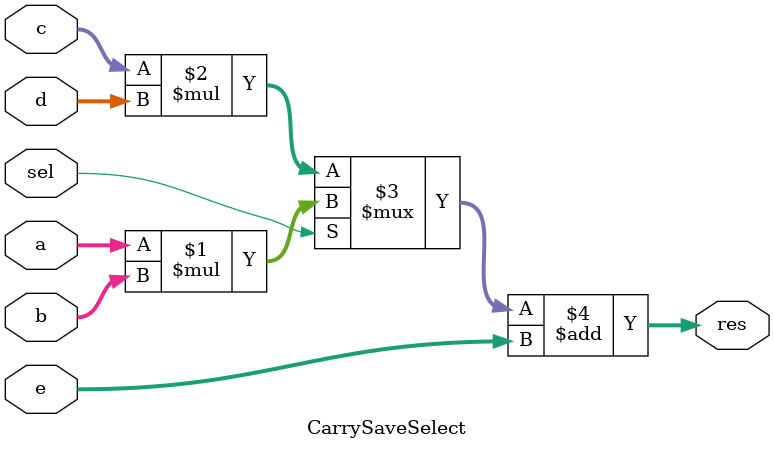
<source format=sv>

module CarrySaveSelect #(
    BW = 8
)
(
    input logic [BW-1:0] a,
    input logic [BW-1:0] b,
    input logic [BW-1:0] c,
    input logic [BW-1:0] d,
    input logic [BW-1:0] e,
    input logic sel,
    output logic [BW-1:0] res
);

assign res = (sel ? a*b : c*d) + e; 

endmodule
</source>
